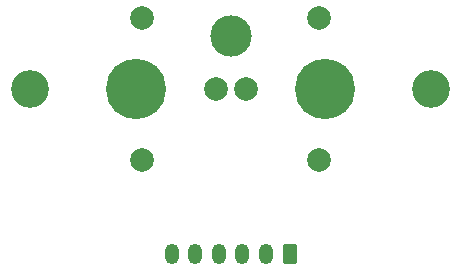
<source format=gts>
%TF.GenerationSoftware,KiCad,Pcbnew,5.99.0-unknown-56f6e7cc17~117~ubuntu20.04.1*%
%TF.CreationDate,2021-03-07T11:01:34-05:00*%
%TF.ProjectId,LC24.2 Breakout,4c433234-2e32-4204-9272-65616b6f7574,rev?*%
%TF.SameCoordinates,Original*%
%TF.FileFunction,Soldermask,Top*%
%TF.FilePolarity,Negative*%
%FSLAX46Y46*%
G04 Gerber Fmt 4.6, Leading zero omitted, Abs format (unit mm)*
G04 Created by KiCad (PCBNEW 5.99.0-unknown-56f6e7cc17~117~ubuntu20.04.1) date 2021-03-07 11:01:34*
%MOMM*%
%LPD*%
G01*
G04 APERTURE LIST*
G04 Aperture macros list*
%AMRoundRect*
0 Rectangle with rounded corners*
0 $1 Rounding radius*
0 $2 $3 $4 $5 $6 $7 $8 $9 X,Y pos of 4 corners*
0 Add a 4 corners polygon primitive as box body*
4,1,4,$2,$3,$4,$5,$6,$7,$8,$9,$2,$3,0*
0 Add four circle primitives for the rounded corners*
1,1,$1+$1,$2,$3*
1,1,$1+$1,$4,$5*
1,1,$1+$1,$6,$7*
1,1,$1+$1,$8,$9*
0 Add four rect primitives between the rounded corners*
20,1,$1+$1,$2,$3,$4,$5,0*
20,1,$1+$1,$4,$5,$6,$7,0*
20,1,$1+$1,$6,$7,$8,$9,0*
20,1,$1+$1,$8,$9,$2,$3,0*%
G04 Aperture macros list end*
%ADD10C,2.000000*%
%ADD11C,3.500000*%
%ADD12C,5.100000*%
%ADD13O,1.200000X1.750000*%
%ADD14RoundRect,0.250000X0.350000X0.625000X-0.350000X0.625000X-0.350000X-0.625000X0.350000X-0.625000X0*%
%ADD15C,3.200000*%
G04 APERTURE END LIST*
D10*
%TO.C,SW1*%
X167285000Y-105500000D03*
X164765000Y-105500000D03*
X158515000Y-111500000D03*
X173515000Y-111500000D03*
X173515000Y-99500000D03*
X158515000Y-99500000D03*
D11*
X166015000Y-101000000D03*
D12*
X174015000Y-105500000D03*
X158015000Y-105500000D03*
%TD*%
D13*
%TO.C,J1*%
X161000000Y-119500000D03*
X163000000Y-119500000D03*
X165000000Y-119500000D03*
X167000000Y-119500000D03*
X169000000Y-119500000D03*
D14*
X171000000Y-119500000D03*
%TD*%
D15*
%TO.C,H2*%
X149000000Y-105500000D03*
%TD*%
%TO.C,H1*%
X183000000Y-105500000D03*
%TD*%
M02*

</source>
